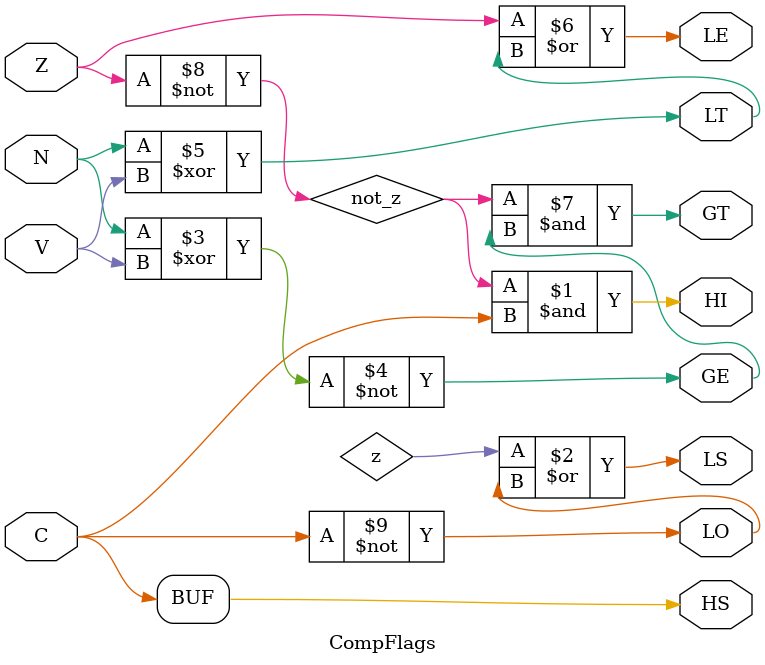
<source format=sv>
module CompFlags(input logic C,N,V,Z,
                 output logic HS, LS, HI, LO, GE, LE, GT, LT);	  

logic not_z;
assign HS = C;
not not1(not_z,Z);
and andgate1(HI,not_z,C);
not not2(LO,C);
or orgate1(LS,z,LO);
xnor xnor1(GE,N,V);
xor xor1(LT,N,V);
or orLE(LE,Z,LT);
and andgate2(GT,not_z,GE);

endmodule
</source>
